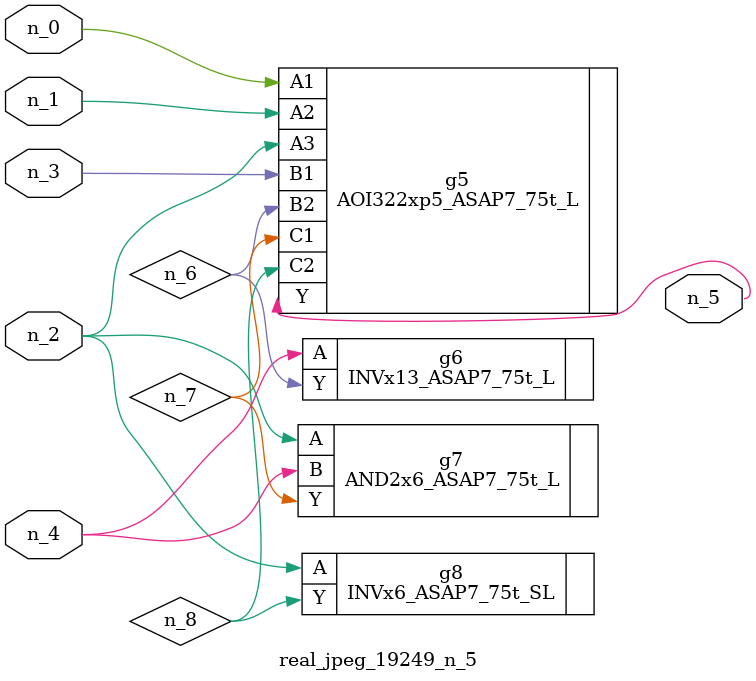
<source format=v>
module real_jpeg_19249_n_5 (n_4, n_0, n_1, n_2, n_3, n_5);

input n_4;
input n_0;
input n_1;
input n_2;
input n_3;

output n_5;

wire n_8;
wire n_6;
wire n_7;

AOI322xp5_ASAP7_75t_L g5 ( 
.A1(n_0),
.A2(n_1),
.A3(n_2),
.B1(n_3),
.B2(n_6),
.C1(n_7),
.C2(n_8),
.Y(n_5)
);

AND2x6_ASAP7_75t_L g7 ( 
.A(n_2),
.B(n_4),
.Y(n_7)
);

INVx6_ASAP7_75t_SL g8 ( 
.A(n_2),
.Y(n_8)
);

INVx13_ASAP7_75t_L g6 ( 
.A(n_4),
.Y(n_6)
);


endmodule
</source>
